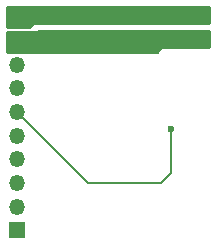
<source format=gbl>
G04 #@! TF.GenerationSoftware,KiCad,Pcbnew,5.1.4+dfsg1-1*
G04 #@! TF.CreationDate,2020-04-13T21:56:05+02:00*
G04 #@! TF.ProjectId,USB_conn,5553425f-636f-46e6-9e2e-6b696361645f,rev?*
G04 #@! TF.SameCoordinates,Original*
G04 #@! TF.FileFunction,Copper,L2,Bot*
G04 #@! TF.FilePolarity,Positive*
%FSLAX46Y46*%
G04 Gerber Fmt 4.6, Leading zero omitted, Abs format (unit mm)*
G04 Created by KiCad (PCBNEW 5.1.4+dfsg1-1) date 2020-04-13 21:56:05*
%MOMM*%
%LPD*%
G04 APERTURE LIST*
%ADD10O,1.350000X1.350000*%
%ADD11R,1.350000X1.350000*%
%ADD12C,0.600000*%
%ADD13C,0.200000*%
%ADD14C,0.254000*%
G04 APERTURE END LIST*
D10*
X91000000Y-91500000D03*
X91000000Y-93500000D03*
X91000000Y-95500000D03*
X91000000Y-97500000D03*
X91000000Y-99500000D03*
X91000000Y-101500000D03*
X91000000Y-103500000D03*
X91000000Y-105500000D03*
X91000000Y-107500000D03*
D11*
X91000000Y-109500000D03*
D12*
X102000000Y-90900000D03*
X101100000Y-91700000D03*
X102000000Y-93000000D03*
X101100000Y-93800000D03*
X103700000Y-93000000D03*
X102800000Y-93800000D03*
X103700000Y-90900000D03*
X102800000Y-91700000D03*
X104050000Y-100950000D03*
D13*
X103200000Y-105500000D02*
X97000000Y-105500000D01*
X97000000Y-105500000D02*
X91000000Y-99500000D01*
X104050000Y-100950000D02*
X104050000Y-104650000D01*
X104050000Y-104650000D02*
X103200000Y-105500000D01*
D14*
G36*
X107273000Y-93973000D02*
G01*
X103300000Y-93973000D01*
X103275224Y-93975440D01*
X103251399Y-93982667D01*
X103229443Y-93994403D01*
X103210197Y-94010197D01*
X102847394Y-94373000D01*
X90127000Y-94373000D01*
X90127000Y-92727000D01*
X92700000Y-92727000D01*
X92724776Y-92724560D01*
X92748601Y-92717333D01*
X92770557Y-92705597D01*
X92789803Y-92689803D01*
X92852606Y-92627000D01*
X107273000Y-92627000D01*
X107273000Y-93973000D01*
X107273000Y-93973000D01*
G37*
X107273000Y-93973000D02*
X103300000Y-93973000D01*
X103275224Y-93975440D01*
X103251399Y-93982667D01*
X103229443Y-93994403D01*
X103210197Y-94010197D01*
X102847394Y-94373000D01*
X90127000Y-94373000D01*
X90127000Y-92727000D01*
X92700000Y-92727000D01*
X92724776Y-92724560D01*
X92748601Y-92717333D01*
X92770557Y-92705597D01*
X92789803Y-92689803D01*
X92852606Y-92627000D01*
X107273000Y-92627000D01*
X107273000Y-93973000D01*
G36*
X107273000Y-91973000D02*
G01*
X92400000Y-91973000D01*
X92375224Y-91975440D01*
X92351399Y-91982667D01*
X92329443Y-91994403D01*
X92310197Y-92010197D01*
X92047394Y-92273000D01*
X90127000Y-92273000D01*
X90127000Y-90627000D01*
X107273000Y-90627000D01*
X107273000Y-91973000D01*
X107273000Y-91973000D01*
G37*
X107273000Y-91973000D02*
X92400000Y-91973000D01*
X92375224Y-91975440D01*
X92351399Y-91982667D01*
X92329443Y-91994403D01*
X92310197Y-92010197D01*
X92047394Y-92273000D01*
X90127000Y-92273000D01*
X90127000Y-90627000D01*
X107273000Y-90627000D01*
X107273000Y-91973000D01*
M02*

</source>
